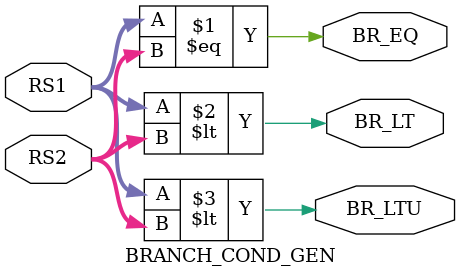
<source format=sv>
`timescale 1ns / 1ps


module BRANCH_COND_GEN(
    input [31:0] RS1,
    input [31:0] RS2,
    output BR_EQ,
    output BR_LT,
    output BR_LTU
    );
    
    assign BR_EQ = (RS1 == RS2);
    assign BR_LT = ($signed(RS1) < $signed(RS2));
    assign BR_LTU = (RS1 < RS2);

endmodule

</source>
